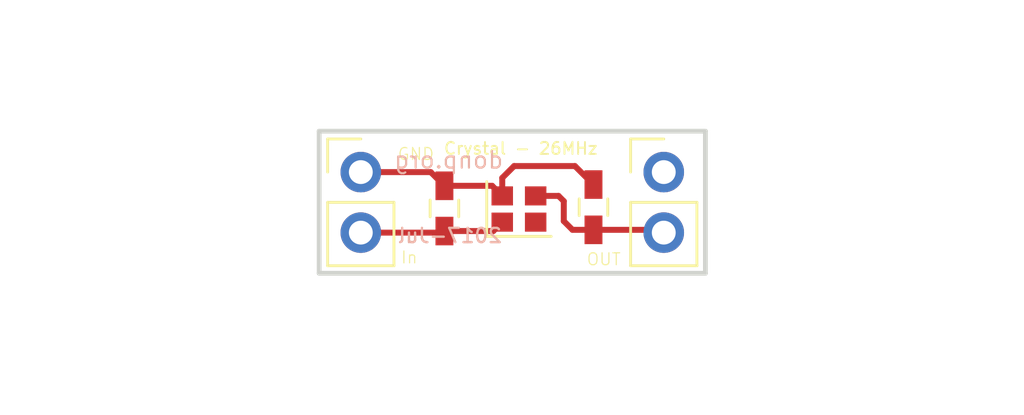
<source format=kicad_pcb>
(kicad_pcb (version 4) (host pcbnew 4.0.6-e0-6349~53~ubuntu16.04.1)

  (general
    (links 0)
    (no_connects 0)
    (area 111.799999 55.055 149.820001 64.425)
    (thickness 1.6)
    (drawings 10)
    (tracks 21)
    (zones 0)
    (modules 5)
    (nets 1)
  )

  (page A4)
  (layers
    (0 F.Cu signal)
    (31 B.Cu signal)
    (32 B.Adhes user)
    (33 F.Adhes user)
    (34 B.Paste user)
    (35 F.Paste user)
    (36 B.SilkS user hide)
    (37 F.SilkS user)
    (38 B.Mask user)
    (39 F.Mask user)
    (40 Dwgs.User user)
    (41 Cmts.User user)
    (42 Eco1.User user)
    (43 Eco2.User user)
    (44 Edge.Cuts user)
    (45 Margin user)
    (46 B.CrtYd user)
    (47 F.CrtYd user)
    (48 B.Fab user)
    (49 F.Fab user)
  )

  (setup
    (last_trace_width 0.25)
    (trace_clearance 0.2)
    (zone_clearance 0.508)
    (zone_45_only no)
    (trace_min 0.2)
    (segment_width 0.2)
    (edge_width 0.2)
    (via_size 0.6)
    (via_drill 0.4)
    (via_min_size 0.4)
    (via_min_drill 0.3)
    (uvia_size 0.3)
    (uvia_drill 0.1)
    (uvias_allowed no)
    (uvia_min_size 0.2)
    (uvia_min_drill 0.1)
    (pcb_text_width 0.3)
    (pcb_text_size 1.5 1.5)
    (mod_edge_width 0.15)
    (mod_text_size 1 1)
    (mod_text_width 0.15)
    (pad_size 1.7 1.7)
    (pad_drill 1)
    (pad_to_mask_clearance 0.2)
    (aux_axis_origin 0 0)
    (visible_elements FFFEFFFF)
    (pcbplotparams
      (layerselection 0x010f0_80000001)
      (usegerberextensions true)
      (excludeedgelayer true)
      (linewidth 0.100000)
      (plotframeref false)
      (viasonmask false)
      (mode 1)
      (useauxorigin false)
      (hpglpennumber 1)
      (hpglpenspeed 20)
      (hpglpendiameter 15)
      (hpglpenoverlay 2)
      (psnegative false)
      (psa4output false)
      (plotreference true)
      (plotvalue true)
      (plotinvisibletext false)
      (padsonsilk false)
      (subtractmaskfromsilk false)
      (outputformat 1)
      (mirror false)
      (drillshape 0)
      (scaleselection 1)
      (outputdirectory /home/donp/osh))
  )

  (net 0 "")

  (net_class Default "This is the default net class."
    (clearance 0.2)
    (trace_width 0.25)
    (via_dia 0.6)
    (via_drill 0.4)
    (uvia_dia 0.3)
    (uvia_drill 0.1)
  )

  (module Capacitors_SMD:C_0603_HandSoldering (layer F.Cu) (tedit 59505784) (tstamp 5950E86D)
    (at 130.5052 59.944 90)
    (descr "Capacitor SMD 0603, hand soldering")
    (tags "capacitor 0603")
    (attr smd)
    (fp_text reference "" (at 0 -1.25 90) (layer F.SilkS)
      (effects (font (size 1 1) (thickness 0.15)))
    )
    (fp_text value C_0603_HandSoldering (at 0 1.5 90) (layer F.Fab)
      (effects (font (size 1 1) (thickness 0.15)))
    )
    (fp_text user %R (at 0 -1.25 90) (layer F.Fab)
      (effects (font (size 1 1) (thickness 0.15)))
    )
    (fp_line (start -0.8 0.4) (end -0.8 -0.4) (layer F.Fab) (width 0.1))
    (fp_line (start 0.8 0.4) (end -0.8 0.4) (layer F.Fab) (width 0.1))
    (fp_line (start 0.8 -0.4) (end 0.8 0.4) (layer F.Fab) (width 0.1))
    (fp_line (start -0.8 -0.4) (end 0.8 -0.4) (layer F.Fab) (width 0.1))
    (fp_line (start -0.35 -0.6) (end 0.35 -0.6) (layer F.SilkS) (width 0.12))
    (fp_line (start 0.35 0.6) (end -0.35 0.6) (layer F.SilkS) (width 0.12))
    (fp_line (start -1.8 -0.65) (end 1.8 -0.65) (layer F.CrtYd) (width 0.05))
    (fp_line (start -1.8 -0.65) (end -1.8 0.65) (layer F.CrtYd) (width 0.05))
    (fp_line (start 1.8 0.65) (end 1.8 -0.65) (layer F.CrtYd) (width 0.05))
    (fp_line (start 1.8 0.65) (end -1.8 0.65) (layer F.CrtYd) (width 0.05))
    (pad 1 smd rect (at -0.95 0 90) (size 1.2 0.75) (layers F.Cu F.Paste F.Mask))
    (pad 2 smd rect (at 0.95 0 90) (size 1.2 0.75) (layers F.Cu F.Paste F.Mask))
    (model Capacitors_SMD.3dshapes/C_0603.wrl
      (at (xyz 0 0 0))
      (scale (xyz 1 1 1))
      (rotate (xyz 0 0 0))
    )
  )

  (module Pin_Headers:Pin_Header_Straight_1x02_Pitch2.54mm (layer F.Cu) (tedit 58BAFBA4) (tstamp 58BB8890)
    (at 139.7 58.42)
    (descr "Through hole straight pin header, 1x02, 2.54mm pitch, single row")
    (tags "Through hole pin header THT 1x02 2.54mm single row")
    (fp_text reference "" (at 0 -2.39) (layer F.SilkS)
      (effects (font (size 1 1) (thickness 0.15)))
    )
    (fp_text value Pin_Header_Straight_1x02_Pitch2.54mm (at 0 4.93) (layer F.Fab)
      (effects (font (size 1 1) (thickness 0.15)))
    )
    (fp_line (start -1.27 -1.27) (end -1.27 3.81) (layer F.Fab) (width 0.1))
    (fp_line (start -1.27 3.81) (end 1.27 3.81) (layer F.Fab) (width 0.1))
    (fp_line (start 1.27 3.81) (end 1.27 -1.27) (layer F.Fab) (width 0.1))
    (fp_line (start 1.27 -1.27) (end -1.27 -1.27) (layer F.Fab) (width 0.1))
    (fp_line (start -1.39 1.27) (end -1.39 3.93) (layer F.SilkS) (width 0.12))
    (fp_line (start -1.39 3.93) (end 1.39 3.93) (layer F.SilkS) (width 0.12))
    (fp_line (start 1.39 3.93) (end 1.39 1.27) (layer F.SilkS) (width 0.12))
    (fp_line (start 1.39 1.27) (end -1.39 1.27) (layer F.SilkS) (width 0.12))
    (fp_line (start -1.39 0) (end -1.39 -1.39) (layer F.SilkS) (width 0.12))
    (fp_line (start -1.39 -1.39) (end 0 -1.39) (layer F.SilkS) (width 0.12))
    (fp_line (start -1.6 -1.6) (end -1.6 4.1) (layer F.CrtYd) (width 0.05))
    (fp_line (start -1.6 4.1) (end 1.6 4.1) (layer F.CrtYd) (width 0.05))
    (fp_line (start 1.6 4.1) (end 1.6 -1.6) (layer F.CrtYd) (width 0.05))
    (fp_line (start 1.6 -1.6) (end -1.6 -1.6) (layer F.CrtYd) (width 0.05))
    (pad 1 thru_hole circle (at 0 0) (size 1.7 1.7) (drill 1) (layers *.Cu *.Mask))
    (pad 2 thru_hole oval (at 0 2.54) (size 1.7 1.7) (drill 1) (layers *.Cu *.Mask))
    (model Pin_Headers.3dshapes/Pin_Header_Straight_1x02_Pitch2.54mm.wrl
      (at (xyz 0 -0.05 0))
      (scale (xyz 1 1 1))
      (rotate (xyz 0 0 90))
    )
  )

  (module Pin_Headers:Pin_Header_Straight_1x02_Pitch2.54mm (layer F.Cu) (tedit 58BAFB9D) (tstamp 58BB886A)
    (at 127 58.42)
    (descr "Through hole straight pin header, 1x02, 2.54mm pitch, single row")
    (tags "Through hole pin header THT 1x02 2.54mm single row")
    (fp_text reference "" (at 0 -2.39) (layer F.SilkS)
      (effects (font (size 1 1) (thickness 0.15)))
    )
    (fp_text value Pin_Header_Straight_1x02_Pitch2.54mm (at 0 4.93) (layer F.Fab)
      (effects (font (size 1 1) (thickness 0.15)))
    )
    (fp_line (start -1.27 -1.27) (end -1.27 3.81) (layer F.Fab) (width 0.1))
    (fp_line (start -1.27 3.81) (end 1.27 3.81) (layer F.Fab) (width 0.1))
    (fp_line (start 1.27 3.81) (end 1.27 -1.27) (layer F.Fab) (width 0.1))
    (fp_line (start 1.27 -1.27) (end -1.27 -1.27) (layer F.Fab) (width 0.1))
    (fp_line (start -1.39 1.27) (end -1.39 3.93) (layer F.SilkS) (width 0.12))
    (fp_line (start -1.39 3.93) (end 1.39 3.93) (layer F.SilkS) (width 0.12))
    (fp_line (start 1.39 3.93) (end 1.39 1.27) (layer F.SilkS) (width 0.12))
    (fp_line (start 1.39 1.27) (end -1.39 1.27) (layer F.SilkS) (width 0.12))
    (fp_line (start -1.39 0) (end -1.39 -1.39) (layer F.SilkS) (width 0.12))
    (fp_line (start -1.39 -1.39) (end 0 -1.39) (layer F.SilkS) (width 0.12))
    (fp_line (start -1.6 -1.6) (end -1.6 4.1) (layer F.CrtYd) (width 0.05))
    (fp_line (start -1.6 4.1) (end 1.6 4.1) (layer F.CrtYd) (width 0.05))
    (fp_line (start 1.6 4.1) (end 1.6 -1.6) (layer F.CrtYd) (width 0.05))
    (fp_line (start 1.6 -1.6) (end -1.6 -1.6) (layer F.CrtYd) (width 0.05))
    (pad 1 thru_hole circle (at 0 0) (size 1.7 1.7) (drill 1) (layers *.Cu *.Mask))
    (pad 2 thru_hole oval (at 0 2.54) (size 1.7 1.7) (drill 1) (layers *.Cu *.Mask))
    (model Pin_Headers.3dshapes/Pin_Header_Straight_1x02_Pitch2.54mm.wrl
      (at (xyz 0 -0.05 0))
      (scale (xyz 1 1 1))
      (rotate (xyz 0 0 90))
    )
  )

  (module Crystals:Crystal_SMD_2016-4pin_2.0x1.6mm (layer F.Cu) (tedit 5950576D) (tstamp 59509F2A)
    (at 133.6294 59.9694)
    (descr "SMD Crystal SERIES SMD2016/4 http://www.q-crystal.com/upload/5/2015552223166229.pdf, 2.0x1.6mm^2 package")
    (tags "SMD SMT crystal")
    (attr smd)
    (fp_text reference "" (at 0 -2) (layer F.SilkS)
      (effects (font (size 1 1) (thickness 0.15)))
    )
    (fp_text value Crystal_SMD_2016-4pin_2.0x1.6mm (at 0 2) (layer F.Fab)
      (effects (font (size 1 1) (thickness 0.15)))
    )
    (fp_text user %R (at 0 0) (layer F.Fab)
      (effects (font (size 0.5 0.5) (thickness 0.075)))
    )
    (fp_line (start -0.9 -0.8) (end 0.9 -0.8) (layer F.Fab) (width 0.1))
    (fp_line (start 0.9 -0.8) (end 1 -0.7) (layer F.Fab) (width 0.1))
    (fp_line (start 1 -0.7) (end 1 0.7) (layer F.Fab) (width 0.1))
    (fp_line (start 1 0.7) (end 0.9 0.8) (layer F.Fab) (width 0.1))
    (fp_line (start 0.9 0.8) (end -0.9 0.8) (layer F.Fab) (width 0.1))
    (fp_line (start -0.9 0.8) (end -1 0.7) (layer F.Fab) (width 0.1))
    (fp_line (start -1 0.7) (end -1 -0.7) (layer F.Fab) (width 0.1))
    (fp_line (start -1 -0.7) (end -0.9 -0.8) (layer F.Fab) (width 0.1))
    (fp_line (start -1 0.3) (end -0.5 0.8) (layer F.Fab) (width 0.1))
    (fp_line (start -1.35 -1.15) (end -1.35 1.15) (layer F.SilkS) (width 0.12))
    (fp_line (start -1.35 1.15) (end 1.35 1.15) (layer F.SilkS) (width 0.12))
    (fp_line (start -1.4 -1.3) (end -1.4 1.3) (layer F.CrtYd) (width 0.05))
    (fp_line (start -1.4 1.3) (end 1.4 1.3) (layer F.CrtYd) (width 0.05))
    (fp_line (start 1.4 1.3) (end 1.4 -1.3) (layer F.CrtYd) (width 0.05))
    (fp_line (start 1.4 -1.3) (end -1.4 -1.3) (layer F.CrtYd) (width 0.05))
    (pad 1 smd rect (at -0.7 0.55) (size 0.9 0.8) (layers F.Cu F.Paste F.Mask))
    (pad 2 smd rect (at 0.7 0.55) (size 0.9 0.8) (layers F.Cu F.Paste F.Mask))
    (pad 3 smd rect (at 0.7 -0.55) (size 0.9 0.8) (layers F.Cu F.Paste F.Mask))
    (pad 4 smd rect (at -0.7 -0.55) (size 0.9 0.8) (layers F.Cu F.Paste F.Mask))
    (model ${KISYS3DMOD}/Crystals.3dshapes/Crystal_SMD_2016-4pin_2.0x1.6mm.wrl
      (at (xyz 0 0 0))
      (scale (xyz 1 1 1))
      (rotate (xyz 0 0 0))
    )
  )

  (module Capacitors_SMD:C_0603_HandSoldering (layer F.Cu) (tedit 59505788) (tstamp 5950E7E4)
    (at 136.7536 59.8932 90)
    (descr "Capacitor SMD 0603, hand soldering")
    (tags "capacitor 0603")
    (attr smd)
    (fp_text reference "" (at 0 -1.25 90) (layer F.SilkS)
      (effects (font (size 1 1) (thickness 0.15)))
    )
    (fp_text value C_0603_HandSoldering (at 0 1.5 90) (layer F.Fab)
      (effects (font (size 1 1) (thickness 0.15)))
    )
    (fp_text user %R (at 0 -1.25 90) (layer F.Fab)
      (effects (font (size 1 1) (thickness 0.15)))
    )
    (fp_line (start -0.8 0.4) (end -0.8 -0.4) (layer F.Fab) (width 0.1))
    (fp_line (start 0.8 0.4) (end -0.8 0.4) (layer F.Fab) (width 0.1))
    (fp_line (start 0.8 -0.4) (end 0.8 0.4) (layer F.Fab) (width 0.1))
    (fp_line (start -0.8 -0.4) (end 0.8 -0.4) (layer F.Fab) (width 0.1))
    (fp_line (start -0.35 -0.6) (end 0.35 -0.6) (layer F.SilkS) (width 0.12))
    (fp_line (start 0.35 0.6) (end -0.35 0.6) (layer F.SilkS) (width 0.12))
    (fp_line (start -1.8 -0.65) (end 1.8 -0.65) (layer F.CrtYd) (width 0.05))
    (fp_line (start -1.8 -0.65) (end -1.8 0.65) (layer F.CrtYd) (width 0.05))
    (fp_line (start 1.8 0.65) (end 1.8 -0.65) (layer F.CrtYd) (width 0.05))
    (fp_line (start 1.8 0.65) (end -1.8 0.65) (layer F.CrtYd) (width 0.05))
    (pad 1 smd rect (at -0.95 0 90) (size 1.2 0.75) (layers F.Cu F.Paste F.Mask))
    (pad 2 smd rect (at 0.95 0 90) (size 1.2 0.75) (layers F.Cu F.Paste F.Mask))
    (model Capacitors_SMD.3dshapes/C_0603.wrl
      (at (xyz 0 0 0))
      (scale (xyz 1 1 1))
      (rotate (xyz 0 0 0))
    )
  )

  (gr_text OUT (at 137.1854 62.0776) (layer F.SilkS)
    (effects (font (size 0.5 0.5) (thickness 0.05)))
  )
  (gr_text In (at 129.032 62.0014) (layer F.SilkS)
    (effects (font (size 0.5 0.5) (thickness 0.05)))
  )
  (gr_text GND (at 129.3114 57.658) (layer F.SilkS)
    (effects (font (size 0.5 0.5) (thickness 0.05)))
  )
  (gr_text 2017-Jul (at 130.7338 61.087) (layer B.SilkS)
    (effects (font (size 0.6 0.6) (thickness 0.1)) (justify mirror))
  )
  (gr_text donp.org (at 130.683 57.912) (layer B.SilkS)
    (effects (font (size 0.7 0.7) (thickness 0.09)) (justify mirror))
  )
  (gr_text "Crystal - 26MHz\n" (at 133.7056 57.4294) (layer F.SilkS)
    (effects (font (size 0.5 0.5) (thickness 0.08)))
  )
  (gr_line (start 141.4446 56.7018) (end 141.4446 62.6658) (angle 90) (layer Edge.Cuts) (width 0.2) (tstamp 5869BE58))
  (gr_line (start 125.254 56.7018) (end 125.254 62.6658) (angle 90) (layer Edge.Cuts) (width 0.2))
  (gr_line (start 125.254 62.6658) (end 141.4446 62.6658) (angle 90) (layer Edge.Cuts) (width 0.2) (tstamp 5869BDB4))
  (gr_line (start 125.254 56.7018) (end 141.4446 56.7018) (angle 90) (layer Edge.Cuts) (width 0.2))

  (segment (start 132.9294 59.4194) (end 132.9294 58.6628) (width 0.25) (layer F.Cu) (net 0) (status 400000))
  (segment (start 135.9764 58.166) (end 136.7536 58.9432) (width 0.25) (layer F.Cu) (net 0) (tstamp 5950E8C9) (status 800000))
  (segment (start 133.4262 58.166) (end 135.9764 58.166) (width 0.25) (layer F.Cu) (net 0) (tstamp 5950E8C8))
  (segment (start 132.9294 58.6628) (end 133.4262 58.166) (width 0.25) (layer F.Cu) (net 0) (tstamp 5950E8C7))
  (segment (start 136.7536 60.8432) (end 139.5832 60.8432) (width 0.25) (layer F.Cu) (net 0))
  (segment (start 139.5832 60.8432) (end 139.7 60.96) (width 0.25) (layer F.Cu) (net 0) (tstamp 5950E8B8))
  (segment (start 134.3294 59.4194) (end 135.2892 59.4194) (width 0.25) (layer F.Cu) (net 0))
  (segment (start 135.8748 60.8432) (end 136.7536 60.8432) (width 0.25) (layer F.Cu) (net 0) (tstamp 5950E8B5))
  (segment (start 135.509 60.4774) (end 135.8748 60.8432) (width 0.25) (layer F.Cu) (net 0) (tstamp 5950E8B4))
  (segment (start 135.509 59.6392) (end 135.509 60.4774) (width 0.25) (layer F.Cu) (net 0) (tstamp 5950E8B3))
  (segment (start 135.2892 59.4194) (end 135.509 59.6392) (width 0.25) (layer F.Cu) (net 0) (tstamp 5950E8B2))
  (segment (start 130.5052 60.894) (end 132.5548 60.894) (width 0.25) (layer F.Cu) (net 0))
  (segment (start 132.5548 60.894) (end 132.9294 60.5194) (width 0.25) (layer F.Cu) (net 0) (tstamp 5950E8AF))
  (segment (start 127 60.96) (end 130.4392 60.96) (width 0.25) (layer F.Cu) (net 0))
  (segment (start 130.4392 60.96) (end 130.5052 60.894) (width 0.25) (layer F.Cu) (net 0) (tstamp 5950E8AC))
  (segment (start 130.5052 58.994) (end 132.504 58.994) (width 0.25) (layer F.Cu) (net 0))
  (segment (start 132.504 58.994) (end 132.9294 59.4194) (width 0.25) (layer F.Cu) (net 0) (tstamp 5950E8A3))
  (segment (start 127 58.42) (end 129.9312 58.42) (width 0.25) (layer F.Cu) (net 0))
  (segment (start 129.9312 58.42) (end 130.5052 58.994) (width 0.25) (layer F.Cu) (net 0) (tstamp 5950E8A0))
  (segment (start 127.4712 60.4888) (end 127 60.96) (width 0.25) (layer F.Cu) (net 0) (tstamp 58BAFB18))
  (segment (start 127.3188 58.7388) (end 127 58.42) (width 0.25) (layer F.Cu) (net 0) (tstamp 58BAFB14))

)

</source>
